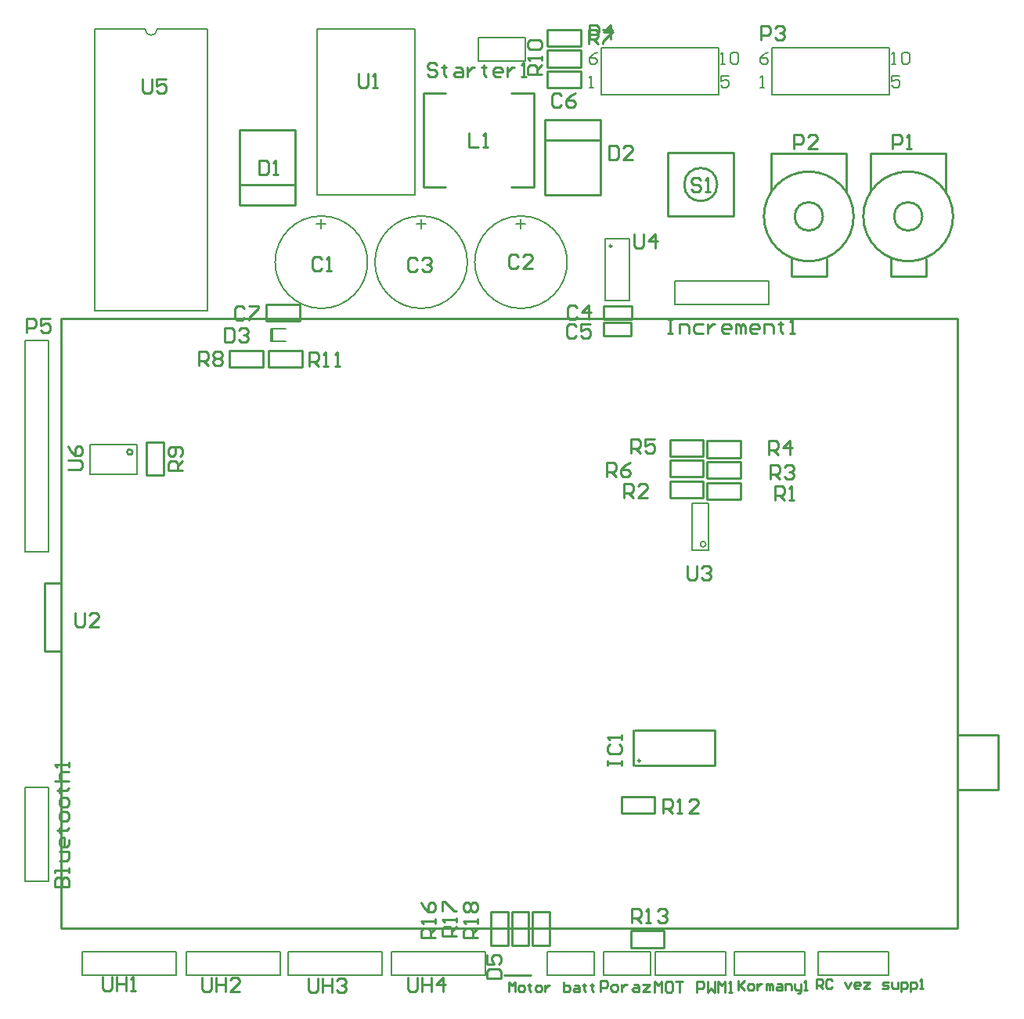
<source format=gto>
%FSLAX25Y25*%
%MOIN*%
G70*
G01*
G75*
G04 Layer_Color=65535*
%ADD10R,0.03937X0.05118*%
%ADD11R,0.21654X0.15748*%
%ADD12R,0.39370X0.39370*%
%ADD13R,0.05512X0.11811*%
%ADD14R,0.14961X0.11811*%
%ADD15R,0.04921X0.06299*%
%ADD16R,0.07000X0.10000*%
%ADD17R,0.10039X0.03740*%
%ADD18R,0.10039X0.12992*%
%ADD19R,0.03150X0.03740*%
%ADD20R,0.05118X0.03937*%
%ADD21O,0.01378X0.08268*%
%ADD22R,0.01378X0.08268*%
%ADD23R,0.09449X0.02362*%
%ADD24O,0.09449X0.02362*%
%ADD25R,0.02000X0.08000*%
%ADD26O,0.02000X0.08000*%
%ADD27R,0.02756X0.05118*%
%ADD28C,0.01000*%
%ADD29C,0.03000*%
%ADD30R,0.04724X0.04724*%
%ADD31C,0.04724*%
%ADD32C,0.05906*%
%ADD33R,0.05906X0.05906*%
%ADD34C,0.07874*%
%ADD35R,0.05906X0.05906*%
%ADD36R,0.13780X0.13780*%
%ADD37C,0.05000*%
%ADD38C,0.27559*%
%ADD39C,0.00787*%
%ADD40C,0.00984*%
%ADD41C,0.00591*%
%ADD42C,0.00800*%
D28*
X392653Y3180862D02*
G03*
X392653Y3180862I-6000J0D01*
G01*
X405748D02*
G03*
X405748Y3180862I-19094J0D01*
G01*
X350331D02*
G03*
X350331Y3180862I-6000J0D01*
G01*
X363425D02*
G03*
X363425Y3180862I-19094J0D01*
G01*
X305347Y3194442D02*
G03*
X305347Y3194442I-7018J0D01*
G01*
X56410Y3080528D02*
G03*
X56410Y3080528I-1181J0D01*
G01*
X272654Y2949020D02*
G03*
X272654Y2949020I-500J0D01*
G01*
X247244Y3244488D02*
Y3251575D01*
X233071D02*
X247244D01*
X233071Y3244488D02*
Y3251575D01*
Y3244488D02*
X247244D01*
X233071Y3235630D02*
X247244D01*
X233071D02*
Y3242717D01*
X247244D01*
Y3235630D02*
Y3242717D01*
X233071Y3253347D02*
Y3260433D01*
Y3253347D02*
X247244D01*
Y3260433D01*
X233071D02*
X247244D01*
X217795Y3193264D02*
X227295D01*
X217795Y3233264D02*
X227295D01*
X180173Y3193264D02*
Y3233264D01*
X227417Y3193264D02*
Y3233264D01*
X180295Y3193264D02*
X189795D01*
X180295Y3233264D02*
X189795D01*
X217795D02*
X223795D01*
X217795Y3193264D02*
X223795D01*
X101878Y3217805D02*
X125678D01*
X101878Y3185705D02*
Y3217805D01*
Y3185705D02*
X125678D01*
Y3217805D01*
X101978Y3194305D02*
X125578D01*
X113402Y3136221D02*
X127575D01*
X113402D02*
Y3143307D01*
X127575D01*
Y3136221D02*
Y3143307D01*
X114386Y3116535D02*
Y3123622D01*
Y3116535D02*
X128559D01*
Y3123622D01*
X114386D02*
X128559D01*
X97654Y3116535D02*
Y3123622D01*
Y3116535D02*
X111827D01*
Y3123622D01*
X97654D02*
X111827D01*
X231995Y3189979D02*
X255795D01*
Y3222079D01*
X231995D02*
X255795D01*
X231995Y3189979D02*
Y3222079D01*
X232095Y3213479D02*
X255695D01*
X394153Y3155362D02*
Y3162862D01*
X379153Y3155362D02*
X394153D01*
X379153D02*
Y3162862D01*
X370654Y3191362D02*
Y3207862D01*
X402654D01*
Y3191362D02*
Y3207862D01*
X351831Y3155362D02*
Y3162862D01*
X336831Y3155362D02*
X351831D01*
X336831D02*
Y3162862D01*
X328331Y3191362D02*
Y3207862D01*
X360331D01*
Y3191362D02*
Y3207862D01*
X284330Y3180942D02*
Y3207943D01*
Y3180942D02*
X312330D01*
Y3207943D01*
X284330D02*
X312330D01*
X284330Y3181942D02*
Y3207943D01*
X256890Y3130118D02*
Y3135630D01*
Y3130118D02*
X268701D01*
Y3135630D01*
X256890D02*
X268701D01*
X257047Y3137189D02*
Y3142701D01*
Y3137189D02*
X268858D01*
Y3142701D01*
X257047D02*
X268858D01*
X425000Y2936563D02*
Y2960063D01*
X25850Y2877642D02*
X407740D01*
X25850D02*
Y3137484D01*
X407740D01*
Y2877642D02*
Y3137484D01*
Y2936563D02*
X425000D01*
X407740Y2960063D02*
X425000D01*
X25850Y2983563D02*
Y2995563D01*
X19000D02*
X25850D01*
X19000D02*
Y3024563D01*
X25850D01*
X62402Y3070669D02*
X69488D01*
Y3084842D01*
X62402D02*
X69488D01*
X62402Y3070669D02*
Y3084842D01*
X315158Y3060433D02*
Y3067520D01*
X300984D02*
X315158D01*
X300984Y3060433D02*
Y3067520D01*
Y3060433D02*
X315158D01*
X300984Y3069291D02*
Y3076378D01*
Y3069291D02*
X315158D01*
Y3076378D01*
X300984D02*
X315158D01*
X300984Y3078150D02*
Y3085236D01*
Y3078150D02*
X315158D01*
Y3085236D01*
X300984D02*
X315158D01*
X285236Y3061008D02*
Y3068094D01*
Y3061008D02*
X299409D01*
Y3068094D01*
X285236D02*
X299409D01*
X285236Y3069866D02*
Y3076953D01*
Y3069866D02*
X299409D01*
Y3076953D01*
X285236D02*
X299409D01*
X285236Y3078724D02*
Y3085811D01*
Y3078724D02*
X299409D01*
Y3085811D01*
X285236D02*
X299409D01*
X270153Y2947020D02*
X304153D01*
X270153Y2962020D02*
X304153D01*
X269654Y2947020D02*
Y2962020D01*
X304153Y2947020D02*
Y2962020D01*
X264567Y2926575D02*
Y2933661D01*
Y2926575D02*
X278740D01*
Y2933661D01*
X264567D02*
X278740D01*
X226772Y2870457D02*
X233858D01*
Y2884630D01*
X226772D02*
X233858D01*
X226772Y2870457D02*
Y2884630D01*
X217913Y2870457D02*
X225000D01*
Y2884630D01*
X217913D02*
X225000D01*
X217913Y2870457D02*
Y2884630D01*
X214764Y2857563D02*
X225984D01*
X209055Y2870457D02*
X216142D01*
Y2884630D01*
X209055D02*
X216142D01*
X209055Y2870457D02*
Y2884630D01*
X282677Y2869488D02*
Y2876575D01*
X268504D02*
X282677D01*
X268504Y2869488D02*
Y2876575D01*
Y2869488D02*
X282677D01*
X173700Y2856798D02*
Y2851800D01*
X174700Y2850800D01*
X176699D01*
X177699Y2851800D01*
Y2856798D01*
X179698D02*
Y2850800D01*
Y2853799D01*
X183697D01*
Y2856798D01*
Y2850800D01*
X188695D02*
Y2856798D01*
X185696Y2853799D01*
X189695D01*
X131300Y2856198D02*
Y2851200D01*
X132300Y2850200D01*
X134299D01*
X135299Y2851200D01*
Y2856198D01*
X137298D02*
Y2850200D01*
Y2853199D01*
X141297D01*
Y2856198D01*
Y2850200D01*
X143296Y2855198D02*
X144296Y2856198D01*
X146295D01*
X147295Y2855198D01*
Y2854199D01*
X146295Y2853199D01*
X145296D01*
X146295D01*
X147295Y2852199D01*
Y2851200D01*
X146295Y2850200D01*
X144296D01*
X143296Y2851200D01*
X86000Y2856598D02*
Y2851600D01*
X87000Y2850600D01*
X88999D01*
X89999Y2851600D01*
Y2856598D01*
X91998D02*
Y2850600D01*
Y2853599D01*
X95997D01*
Y2856598D01*
Y2850600D01*
X101995D02*
X97996D01*
X101995Y2854599D01*
Y2855598D01*
X100995Y2856598D01*
X98996D01*
X97996Y2855598D01*
X43800Y2856898D02*
Y2851900D01*
X44800Y2850900D01*
X46799D01*
X47799Y2851900D01*
Y2856898D01*
X49798D02*
Y2850900D01*
Y2853899D01*
X53797D01*
Y2856898D01*
Y2850900D01*
X55796D02*
X57796D01*
X56796D01*
Y2856898D01*
X55796Y2855898D01*
X28902Y3073100D02*
X33900D01*
X34900Y3074100D01*
Y3076099D01*
X33900Y3077099D01*
X28902D01*
Y3083097D02*
X29902Y3081097D01*
X31901Y3079098D01*
X33900D01*
X34900Y3080098D01*
Y3082097D01*
X33900Y3083097D01*
X32901D01*
X31901Y3082097D01*
Y3079098D01*
X60500Y3239498D02*
Y3234500D01*
X61500Y3233500D01*
X63499D01*
X64499Y3234500D01*
Y3239498D01*
X70497D02*
X66498D01*
Y3236499D01*
X68497Y3237499D01*
X69497D01*
X70497Y3236499D01*
Y3234500D01*
X69497Y3233500D01*
X67498D01*
X66498Y3234500D01*
X269900Y3173298D02*
Y3168300D01*
X270900Y3167300D01*
X272899D01*
X273899Y3168300D01*
Y3173298D01*
X278897Y3167300D02*
Y3173298D01*
X275898Y3170299D01*
X279897D01*
X292500Y3032098D02*
Y3027100D01*
X293500Y3026100D01*
X295499D01*
X296499Y3027100D01*
Y3032098D01*
X298498Y3031098D02*
X299498Y3032098D01*
X301497D01*
X302497Y3031098D01*
Y3030099D01*
X301497Y3029099D01*
X300497D01*
X301497D01*
X302497Y3028099D01*
Y3027100D01*
X301497Y3026100D01*
X299498D01*
X298498Y3027100D01*
X32000Y3011998D02*
Y3007000D01*
X33000Y3006000D01*
X34999D01*
X35999Y3007000D01*
Y3011998D01*
X41997Y3006000D02*
X37998D01*
X41997Y3009999D01*
Y3010998D01*
X40997Y3011998D01*
X38998D01*
X37998Y3010998D01*
X152600Y3241698D02*
Y3236700D01*
X153600Y3235700D01*
X155599D01*
X156599Y3236700D01*
Y3241698D01*
X158598Y3235700D02*
X160597D01*
X159598D01*
Y3241698D01*
X158598Y3240698D01*
X185999Y3245198D02*
X184999Y3246198D01*
X183000D01*
X182000Y3245198D01*
Y3244199D01*
X183000Y3243199D01*
X184999D01*
X185999Y3242199D01*
Y3241200D01*
X184999Y3240200D01*
X183000D01*
X182000Y3241200D01*
X188998Y3245198D02*
Y3244199D01*
X187998D01*
X189997D01*
X188998D01*
Y3241200D01*
X189997Y3240200D01*
X193996Y3244199D02*
X195995D01*
X196995Y3243199D01*
Y3240200D01*
X193996D01*
X192996Y3241200D01*
X193996Y3242199D01*
X196995D01*
X198995Y3244199D02*
Y3240200D01*
Y3242199D01*
X199994Y3243199D01*
X200994Y3244199D01*
X201993D01*
X205992Y3245198D02*
Y3244199D01*
X204993D01*
X206992D01*
X205992D01*
Y3241200D01*
X206992Y3240200D01*
X212990D02*
X210991D01*
X209991Y3241200D01*
Y3243199D01*
X210991Y3244199D01*
X212990D01*
X213990Y3243199D01*
Y3242199D01*
X209991D01*
X215989Y3244199D02*
Y3240200D01*
Y3242199D01*
X216989Y3243199D01*
X217988Y3244199D01*
X218988D01*
X221987Y3240200D02*
X223986D01*
X222987D01*
Y3246198D01*
X221987Y3245198D01*
X298299Y3196298D02*
X297299Y3197298D01*
X295300D01*
X294300Y3196298D01*
Y3195299D01*
X295300Y3194299D01*
X297299D01*
X298299Y3193299D01*
Y3192300D01*
X297299Y3191300D01*
X295300D01*
X294300Y3192300D01*
X300298Y3191300D02*
X302297D01*
X301298D01*
Y3197298D01*
X300298Y3196298D01*
X347700Y2851900D02*
Y2855899D01*
X349699D01*
X350366Y2855232D01*
Y2853899D01*
X349699Y2853233D01*
X347700D01*
X349033D02*
X350366Y2851900D01*
X354364Y2855232D02*
X353698Y2855899D01*
X352365D01*
X351699Y2855232D01*
Y2852566D01*
X352365Y2851900D01*
X353698D01*
X354364Y2852566D01*
X359696Y2854566D02*
X361029Y2851900D01*
X362362Y2854566D01*
X365694Y2851900D02*
X364361D01*
X363695Y2852566D01*
Y2853899D01*
X364361Y2854566D01*
X365694D01*
X366361Y2853899D01*
Y2853233D01*
X363695D01*
X367694Y2854566D02*
X370359D01*
X367694Y2851900D01*
X370359D01*
X375691D02*
X377690D01*
X378357Y2852566D01*
X377690Y2853233D01*
X376357D01*
X375691Y2853899D01*
X376357Y2854566D01*
X378357D01*
X379690D02*
Y2852566D01*
X380356Y2851900D01*
X382355D01*
Y2854566D01*
X383688Y2850567D02*
Y2854566D01*
X385688D01*
X386354Y2853899D01*
Y2852566D01*
X385688Y2851900D01*
X383688D01*
X387687Y2850567D02*
Y2854566D01*
X389686D01*
X390353Y2853899D01*
Y2852566D01*
X389686Y2851900D01*
X387687D01*
X391686D02*
X393019D01*
X392352D01*
Y2855899D01*
X391686Y2855232D01*
X203200Y2873700D02*
X197202D01*
Y2876699D01*
X198202Y2877699D01*
X200201D01*
X201201Y2876699D01*
Y2873700D01*
Y2875699D02*
X203200Y2877699D01*
Y2879698D02*
Y2881697D01*
Y2880698D01*
X197202D01*
X198202Y2879698D01*
Y2884696D02*
X197202Y2885696D01*
Y2887696D01*
X198202Y2888695D01*
X199201D01*
X200201Y2887696D01*
X201201Y2888695D01*
X202200D01*
X203200Y2887696D01*
Y2885696D01*
X202200Y2884696D01*
X201201D01*
X200201Y2885696D01*
X199201Y2884696D01*
X198202D01*
X200201Y2885696D02*
Y2887696D01*
X194400Y2874200D02*
X188402D01*
Y2877199D01*
X189402Y2878199D01*
X191401D01*
X192401Y2877199D01*
Y2874200D01*
Y2876199D02*
X194400Y2878199D01*
Y2880198D02*
Y2882197D01*
Y2881198D01*
X188402D01*
X189402Y2880198D01*
X188402Y2885196D02*
Y2889195D01*
X189402D01*
X193400Y2885196D01*
X194400D01*
X185400Y2873800D02*
X179402D01*
Y2876799D01*
X180402Y2877799D01*
X182401D01*
X183401Y2876799D01*
Y2873800D01*
Y2875799D02*
X185400Y2877799D01*
Y2879798D02*
Y2881797D01*
Y2880798D01*
X179402D01*
X180402Y2879798D01*
X179402Y2888795D02*
X180402Y2886796D01*
X182401Y2884796D01*
X184400D01*
X185400Y2885796D01*
Y2887795D01*
X184400Y2888795D01*
X183401D01*
X182401Y2887795D01*
Y2884796D01*
X268969Y2880116D02*
Y2886114D01*
X271968D01*
X272968Y2885114D01*
Y2883115D01*
X271968Y2882115D01*
X268969D01*
X270969D02*
X272968Y2880116D01*
X274967D02*
X276967D01*
X275967D01*
Y2886114D01*
X274967Y2885114D01*
X279966D02*
X280965Y2886114D01*
X282965D01*
X283964Y2885114D01*
Y2884114D01*
X282965Y2883115D01*
X281965D01*
X282965D01*
X283964Y2882115D01*
Y2881115D01*
X282965Y2880116D01*
X280965D01*
X279966Y2881115D01*
X282400Y2926600D02*
Y2932598D01*
X285399D01*
X286399Y2931598D01*
Y2929599D01*
X285399Y2928599D01*
X282400D01*
X284399D02*
X286399Y2926600D01*
X288398D02*
X290397D01*
X289398D01*
Y2932598D01*
X288398Y2931598D01*
X297395Y2926600D02*
X293396D01*
X297395Y2930599D01*
Y2931598D01*
X296395Y2932598D01*
X294396D01*
X293396Y2931598D01*
X131800Y3117100D02*
Y3123098D01*
X134799D01*
X135799Y3122098D01*
Y3120099D01*
X134799Y3119099D01*
X131800D01*
X133799D02*
X135799Y3117100D01*
X137798D02*
X139797D01*
X138798D01*
Y3123098D01*
X137798Y3122098D01*
X142796Y3117100D02*
X144796D01*
X143796D01*
Y3123098D01*
X142796Y3122098D01*
X230600Y3241200D02*
X224602D01*
Y3244199D01*
X225602Y3245199D01*
X227601D01*
X228601Y3244199D01*
Y3241200D01*
Y3243200D02*
X230600Y3245199D01*
Y3247198D02*
Y3249197D01*
Y3248198D01*
X224602D01*
X225602Y3247198D01*
Y3252197D02*
X224602Y3253196D01*
Y3255196D01*
X225602Y3256195D01*
X229600D01*
X230600Y3255196D01*
Y3253196D01*
X229600Y3252197D01*
X225602D01*
X77800Y3072700D02*
X71802D01*
Y3075699D01*
X72802Y3076699D01*
X74801D01*
X75801Y3075699D01*
Y3072700D01*
Y3074699D02*
X77800Y3076699D01*
X76800Y3078698D02*
X77800Y3079698D01*
Y3081697D01*
X76800Y3082697D01*
X72802D01*
X71802Y3081697D01*
Y3079698D01*
X72802Y3078698D01*
X73801D01*
X74801Y3079698D01*
Y3082697D01*
X84500Y3117200D02*
Y3123198D01*
X87499D01*
X88499Y3122198D01*
Y3120199D01*
X87499Y3119199D01*
X84500D01*
X86499D02*
X88499Y3117200D01*
X90498Y3122198D02*
X91498Y3123198D01*
X93497D01*
X94497Y3122198D01*
Y3121199D01*
X93497Y3120199D01*
X94497Y3119199D01*
Y3118200D01*
X93497Y3117200D01*
X91498D01*
X90498Y3118200D01*
Y3119199D01*
X91498Y3120199D01*
X90498Y3121199D01*
Y3122198D01*
X91498Y3120199D02*
X93497D01*
X250500Y3254300D02*
Y3260298D01*
X253499D01*
X254499Y3259298D01*
Y3257299D01*
X253499Y3256299D01*
X250500D01*
X252499D02*
X254499Y3254300D01*
X256498Y3260298D02*
X260497D01*
Y3259298D01*
X256498Y3255300D01*
Y3254300D01*
X258400Y3070100D02*
Y3076098D01*
X261399D01*
X262399Y3075098D01*
Y3073099D01*
X261399Y3072099D01*
X258400D01*
X260399D02*
X262399Y3070100D01*
X268397Y3076098D02*
X266397Y3075098D01*
X264398Y3073099D01*
Y3071100D01*
X265398Y3070100D01*
X267397D01*
X268397Y3071100D01*
Y3072099D01*
X267397Y3073099D01*
X264398D01*
X268700Y3080000D02*
Y3085998D01*
X271699D01*
X272699Y3084998D01*
Y3082999D01*
X271699Y3081999D01*
X268700D01*
X270699D02*
X272699Y3080000D01*
X278697Y3085998D02*
X274698D01*
Y3082999D01*
X276697Y3083999D01*
X277697D01*
X278697Y3082999D01*
Y3081000D01*
X277697Y3080000D01*
X275698D01*
X274698Y3081000D01*
X327200Y3079200D02*
Y3085198D01*
X330199D01*
X331199Y3084198D01*
Y3082199D01*
X330199Y3081199D01*
X327200D01*
X329199D02*
X331199Y3079200D01*
X336197D02*
Y3085198D01*
X333198Y3082199D01*
X337197D01*
X328100Y3069000D02*
Y3074998D01*
X331099D01*
X332099Y3073998D01*
Y3071999D01*
X331099Y3070999D01*
X328100D01*
X330099D02*
X332099Y3069000D01*
X334098Y3073998D02*
X335098Y3074998D01*
X337097D01*
X338097Y3073998D01*
Y3072999D01*
X337097Y3071999D01*
X336097D01*
X337097D01*
X338097Y3070999D01*
Y3070000D01*
X337097Y3069000D01*
X335098D01*
X334098Y3070000D01*
X265500Y3061100D02*
Y3067098D01*
X268499D01*
X269499Y3066098D01*
Y3064099D01*
X268499Y3063099D01*
X265500D01*
X267499D02*
X269499Y3061100D01*
X275497D02*
X271498D01*
X275497Y3065099D01*
Y3066098D01*
X274497Y3067098D01*
X272498D01*
X271498Y3066098D01*
X329900Y3060100D02*
Y3066098D01*
X332899D01*
X333899Y3065098D01*
Y3063099D01*
X332899Y3062099D01*
X329900D01*
X331899D02*
X333899Y3060100D01*
X335898D02*
X337897D01*
X336898D01*
Y3066098D01*
X335898Y3065098D01*
X216600Y2850700D02*
Y2854699D01*
X217933Y2853366D01*
X219266Y2854699D01*
Y2850700D01*
X221265D02*
X222598D01*
X223265Y2851366D01*
Y2852699D01*
X222598Y2853366D01*
X221265D01*
X220599Y2852699D01*
Y2851366D01*
X221265Y2850700D01*
X225264Y2854032D02*
Y2853366D01*
X224597D01*
X225930D01*
X225264D01*
Y2851366D01*
X225930Y2850700D01*
X228596D02*
X229929D01*
X230595Y2851366D01*
Y2852699D01*
X229929Y2853366D01*
X228596D01*
X227930Y2852699D01*
Y2851366D01*
X228596Y2850700D01*
X231928Y2853366D02*
Y2850700D01*
Y2852033D01*
X232595Y2852699D01*
X233261Y2853366D01*
X233928D01*
X239926Y2854699D02*
Y2850700D01*
X241925D01*
X242592Y2851366D01*
Y2852033D01*
Y2852699D01*
X241925Y2853366D01*
X239926D01*
X244591D02*
X245924D01*
X246590Y2852699D01*
Y2850700D01*
X244591D01*
X243924Y2851366D01*
X244591Y2852033D01*
X246590D01*
X248590Y2854032D02*
Y2853366D01*
X247923D01*
X249256D01*
X248590D01*
Y2851366D01*
X249256Y2850700D01*
X251922Y2854032D02*
Y2853366D01*
X251255D01*
X252588D01*
X251922D01*
Y2851366D01*
X252588Y2850700D01*
X255600Y2850800D02*
Y2855298D01*
X257849D01*
X258599Y2854549D01*
Y2853049D01*
X257849Y2852299D01*
X255600D01*
X260848Y2850800D02*
X262348D01*
X263098Y2851550D01*
Y2853049D01*
X262348Y2853799D01*
X260848D01*
X260099Y2853049D01*
Y2851550D01*
X260848Y2850800D01*
X264597Y2853799D02*
Y2850800D01*
Y2852299D01*
X265347Y2853049D01*
X266097Y2853799D01*
X266846D01*
X269845D02*
X271345D01*
X272095Y2853049D01*
Y2850800D01*
X269845D01*
X269096Y2851550D01*
X269845Y2852299D01*
X272095D01*
X273594Y2853799D02*
X276593D01*
X273594Y2850800D01*
X276593D01*
X11332Y3131328D02*
Y3137326D01*
X14331D01*
X15331Y3136327D01*
Y3134327D01*
X14331Y3133328D01*
X11332D01*
X21329Y3137326D02*
X17330D01*
Y3134327D01*
X19330Y3135327D01*
X20329D01*
X21329Y3134327D01*
Y3132328D01*
X20329Y3131328D01*
X18330D01*
X17330Y3132328D01*
X251036Y3256205D02*
Y3262204D01*
X254035D01*
X255035Y3261204D01*
Y3259204D01*
X254035Y3258205D01*
X251036D01*
X260033Y3256205D02*
Y3262204D01*
X257034Y3259204D01*
X261033D01*
X323867Y3256126D02*
Y3262124D01*
X326866D01*
X327866Y3261124D01*
Y3259125D01*
X326866Y3258125D01*
X323867D01*
X329865Y3261124D02*
X330865Y3262124D01*
X332864D01*
X333864Y3261124D01*
Y3260125D01*
X332864Y3259125D01*
X331864D01*
X332864D01*
X333864Y3258125D01*
Y3257126D01*
X332864Y3256126D01*
X330865D01*
X329865Y3257126D01*
X338000Y3209600D02*
Y3215598D01*
X340999D01*
X341999Y3214598D01*
Y3212599D01*
X340999Y3211599D01*
X338000D01*
X347997Y3209600D02*
X343998D01*
X347997Y3213599D01*
Y3214598D01*
X346997Y3215598D01*
X344998D01*
X343998Y3214598D01*
X380000Y3209600D02*
Y3215598D01*
X382999D01*
X383999Y3214598D01*
Y3212599D01*
X382999Y3211599D01*
X380000D01*
X385998Y3209600D02*
X387997D01*
X386998D01*
Y3215598D01*
X385998Y3214598D01*
X278800Y2850500D02*
Y2854999D01*
X280299Y2853499D01*
X281799Y2854999D01*
Y2850500D01*
X285548Y2854999D02*
X284048D01*
X283298Y2854249D01*
Y2851250D01*
X284048Y2850500D01*
X285548D01*
X286298Y2851250D01*
Y2854249D01*
X285548Y2854999D01*
X287797D02*
X290796D01*
X289297D01*
Y2850500D01*
X296794D02*
Y2854999D01*
X299043D01*
X299793Y2854249D01*
Y2852749D01*
X299043Y2851999D01*
X296794D01*
X301293Y2854999D02*
Y2850500D01*
X302792Y2851999D01*
X304292Y2850500D01*
Y2854999D01*
X305791Y2850500D02*
Y2854999D01*
X307291Y2853499D01*
X308790Y2854999D01*
Y2850500D01*
X310290D02*
X311789D01*
X311040D01*
Y2854999D01*
X310290Y2854249D01*
X199600Y3216298D02*
Y3210300D01*
X203599D01*
X205598D02*
X207597D01*
X206598D01*
Y3216298D01*
X205598Y3215298D01*
X314300Y2855199D02*
Y2851200D01*
Y2852533D01*
X316966Y2855199D01*
X314966Y2853199D01*
X316966Y2851200D01*
X318965D02*
X320298D01*
X320965Y2851866D01*
Y2853199D01*
X320298Y2853866D01*
X318965D01*
X318299Y2853199D01*
Y2851866D01*
X318965Y2851200D01*
X322297Y2853866D02*
Y2851200D01*
Y2852533D01*
X322964Y2853199D01*
X323630Y2853866D01*
X324297D01*
X326296Y2851200D02*
Y2853866D01*
X326963D01*
X327629Y2853199D01*
Y2851200D01*
Y2853199D01*
X328295Y2853866D01*
X328962Y2853199D01*
Y2851200D01*
X330961Y2853866D02*
X332294D01*
X332961Y2853199D01*
Y2851200D01*
X330961D01*
X330295Y2851866D01*
X330961Y2852533D01*
X332961D01*
X334294Y2851200D02*
Y2853866D01*
X336293D01*
X336959Y2853199D01*
Y2851200D01*
X338292Y2853866D02*
Y2851866D01*
X338959Y2851200D01*
X340958D01*
Y2850534D01*
X340292Y2849867D01*
X339625D01*
X340958Y2851200D02*
Y2853866D01*
X342291Y2851200D02*
X343624D01*
X342957D01*
Y2855199D01*
X342291Y2854532D01*
X284300Y3137098D02*
X286299D01*
X285300D01*
Y3131100D01*
X284300D01*
X286299D01*
X289298D02*
Y3135099D01*
X292297D01*
X293297Y3134099D01*
Y3131100D01*
X299295Y3135099D02*
X296296D01*
X295296Y3134099D01*
Y3132100D01*
X296296Y3131100D01*
X299295D01*
X301294Y3135099D02*
Y3131100D01*
Y3133099D01*
X302294Y3134099D01*
X303294Y3135099D01*
X304293D01*
X310292Y3131100D02*
X308292D01*
X307293Y3132100D01*
Y3134099D01*
X308292Y3135099D01*
X310292D01*
X311291Y3134099D01*
Y3133099D01*
X307293D01*
X313291Y3131100D02*
Y3135099D01*
X314290D01*
X315290Y3134099D01*
Y3131100D01*
Y3134099D01*
X316290Y3135099D01*
X317289Y3134099D01*
Y3131100D01*
X322288D02*
X320288D01*
X319289Y3132100D01*
Y3134099D01*
X320288Y3135099D01*
X322288D01*
X323287Y3134099D01*
Y3133099D01*
X319289D01*
X325287Y3131100D02*
Y3135099D01*
X328286D01*
X329285Y3134099D01*
Y3131100D01*
X332284Y3136098D02*
Y3135099D01*
X331285D01*
X333284D01*
X332284D01*
Y3132100D01*
X333284Y3131100D01*
X336283D02*
X338282D01*
X337283D01*
Y3137098D01*
X336283Y3136098D01*
X258602Y2947000D02*
Y2948999D01*
Y2948000D01*
X264600D01*
Y2947000D01*
Y2948999D01*
X259602Y2955997D02*
X258602Y2954997D01*
Y2952998D01*
X259602Y2951998D01*
X263600D01*
X264600Y2952998D01*
Y2954997D01*
X263600Y2955997D01*
X264600Y2957996D02*
Y2959996D01*
Y2958996D01*
X258602D01*
X259602Y2957996D01*
X207402Y2856400D02*
X213400D01*
Y2859399D01*
X212400Y2860399D01*
X208402D01*
X207402Y2859399D01*
Y2856400D01*
Y2866397D02*
Y2862398D01*
X210401D01*
X209401Y2864397D01*
Y2865397D01*
X210401Y2866397D01*
X212400D01*
X213400Y2865397D01*
Y2863398D01*
X212400Y2862398D01*
X95500Y3133498D02*
Y3127500D01*
X98499D01*
X99499Y3128500D01*
Y3132498D01*
X98499Y3133498D01*
X95500D01*
X101498Y3132498D02*
X102498Y3133498D01*
X104497D01*
X105497Y3132498D01*
Y3131499D01*
X104497Y3130499D01*
X103497D01*
X104497D01*
X105497Y3129499D01*
Y3128500D01*
X104497Y3127500D01*
X102498D01*
X101498Y3128500D01*
X259400Y3210898D02*
Y3204900D01*
X262399D01*
X263399Y3205900D01*
Y3209898D01*
X262399Y3210898D01*
X259400D01*
X269397Y3204900D02*
X265398D01*
X269397Y3208899D01*
Y3209898D01*
X268397Y3210898D01*
X266398D01*
X265398Y3209898D01*
X110400Y3204798D02*
Y3198800D01*
X113399D01*
X114399Y3199800D01*
Y3203798D01*
X113399Y3204798D01*
X110400D01*
X116398Y3198800D02*
X118397D01*
X117398D01*
Y3204798D01*
X116398Y3203798D01*
X104099Y3141798D02*
X103099Y3142798D01*
X101100D01*
X100100Y3141798D01*
Y3137800D01*
X101100Y3136800D01*
X103099D01*
X104099Y3137800D01*
X106098Y3142798D02*
X110097D01*
Y3141798D01*
X106098Y3137800D01*
Y3136800D01*
X239099Y3232198D02*
X238099Y3233198D01*
X236100D01*
X235100Y3232198D01*
Y3228200D01*
X236100Y3227200D01*
X238099D01*
X239099Y3228200D01*
X245097Y3233198D02*
X243097Y3232198D01*
X241098Y3230199D01*
Y3228200D01*
X242098Y3227200D01*
X244097D01*
X245097Y3228200D01*
Y3229199D01*
X244097Y3230199D01*
X241098D01*
X245299Y3133998D02*
X244299Y3134998D01*
X242300D01*
X241300Y3133998D01*
Y3130000D01*
X242300Y3129000D01*
X244299D01*
X245299Y3130000D01*
X251297Y3134998D02*
X247298D01*
Y3131999D01*
X249297Y3132999D01*
X250297D01*
X251297Y3131999D01*
Y3130000D01*
X250297Y3129000D01*
X248298D01*
X247298Y3130000D01*
X245799Y3142098D02*
X244799Y3143098D01*
X242800D01*
X241800Y3142098D01*
Y3138100D01*
X242800Y3137100D01*
X244799D01*
X245799Y3138100D01*
X250797Y3137100D02*
Y3143098D01*
X247798Y3140099D01*
X251797D01*
X177799Y3162498D02*
X176799Y3163498D01*
X174800D01*
X173800Y3162498D01*
Y3158500D01*
X174800Y3157500D01*
X176799D01*
X177799Y3158500D01*
X179798Y3162498D02*
X180798Y3163498D01*
X182797D01*
X183797Y3162498D01*
Y3161499D01*
X182797Y3160499D01*
X181797D01*
X182797D01*
X183797Y3159499D01*
Y3158500D01*
X182797Y3157500D01*
X180798D01*
X179798Y3158500D01*
X220699Y3163598D02*
X219699Y3164598D01*
X217700D01*
X216700Y3163598D01*
Y3159600D01*
X217700Y3158600D01*
X219699D01*
X220699Y3159600D01*
X226697Y3158600D02*
X222698D01*
X226697Y3162599D01*
Y3163598D01*
X225697Y3164598D01*
X223698D01*
X222698Y3163598D01*
X137099Y3162698D02*
X136099Y3163698D01*
X134100D01*
X133100Y3162698D01*
Y3158700D01*
X134100Y3157700D01*
X136099D01*
X137099Y3158700D01*
X139098Y3157700D02*
X141097D01*
X140098D01*
Y3163698D01*
X139098Y3162698D01*
X23402Y2895300D02*
X29400D01*
Y2898299D01*
X28400Y2899299D01*
X27401D01*
X26401Y2898299D01*
Y2895300D01*
Y2898299D01*
X25401Y2899299D01*
X24402D01*
X23402Y2898299D01*
Y2895300D01*
X29400Y2901298D02*
Y2903297D01*
Y2902298D01*
X23402D01*
Y2901298D01*
X25401Y2906296D02*
X28400D01*
X29400Y2907296D01*
Y2910295D01*
X25401D01*
X29400Y2915294D02*
Y2913294D01*
X28400Y2912295D01*
X26401D01*
X25401Y2913294D01*
Y2915294D01*
X26401Y2916293D01*
X27401D01*
Y2912295D01*
X24402Y2919292D02*
X25401D01*
Y2918293D01*
Y2920292D01*
Y2919292D01*
X28400D01*
X29400Y2920292D01*
Y2924291D02*
Y2926290D01*
X28400Y2927290D01*
X26401D01*
X25401Y2926290D01*
Y2924291D01*
X26401Y2923291D01*
X28400D01*
X29400Y2924291D01*
Y2930289D02*
Y2932288D01*
X28400Y2933288D01*
X26401D01*
X25401Y2932288D01*
Y2930289D01*
X26401Y2929289D01*
X28400D01*
X29400Y2930289D01*
X24402Y2936287D02*
X25401D01*
Y2935287D01*
Y2937286D01*
Y2936287D01*
X28400D01*
X29400Y2937286D01*
X23402Y2940285D02*
X29400D01*
X26401D01*
X25401Y2941285D01*
Y2943284D01*
X26401Y2944284D01*
X29400D01*
Y2946284D02*
Y2948283D01*
Y2947283D01*
X23402D01*
X24402Y2946284D01*
D39*
X61843Y3260579D02*
G03*
X66843Y3260579I2500J0D01*
G01*
X156480Y3161379D02*
G03*
X156480Y3161379I-19685J0D01*
G01*
X198980D02*
G03*
X198980Y3161379I-19685J0D01*
G01*
X241480D02*
G03*
X241480Y3161379I-19685J0D01*
G01*
X300496Y3041220D02*
G03*
X300496Y3041220I-1181J0D01*
G01*
X40445Y3260579D02*
X61843D01*
X66843D02*
X88240D01*
Y3140579D02*
Y3260579D01*
X40445Y3140579D02*
X88240D01*
X40445D02*
Y3260579D01*
X134929Y3260705D02*
X176661D01*
X134929Y3190035D02*
X176661D01*
X134929D02*
Y3260705D01*
X176661Y3190035D02*
Y3260705D01*
X116102Y3127602D02*
Y3133114D01*
X115354Y3127602D02*
Y3133114D01*
X121653D01*
X115354Y3127602D02*
X121653D01*
X257677Y3144866D02*
Y3171244D01*
X267913Y3144866D02*
Y3171244D01*
X257677D02*
X267913D01*
X257677Y3144866D02*
X267913D01*
X327323Y3143213D02*
Y3153213D01*
X287323Y3143213D02*
X327323D01*
X287323Y3153213D02*
X327323D01*
X287323Y3143213D02*
Y3153213D01*
X38189Y3071047D02*
Y3083646D01*
X58268Y3071047D02*
Y3083646D01*
X38189Y3071047D02*
X58268D01*
X38189Y3083646D02*
X58268D01*
X301677Y3038858D02*
Y3058543D01*
X294591Y3038858D02*
Y3058543D01*
Y3038858D02*
X301677D01*
X294591Y3058543D02*
X301677D01*
X233032Y2857532D02*
X253031D01*
Y2867532D01*
X233032D02*
X253031D01*
X233032Y2857532D02*
Y2867532D01*
X256811D02*
X276811D01*
X256811Y2857532D02*
Y2867532D01*
Y2857532D02*
X276811D01*
Y2867532D01*
X378410Y2857532D02*
Y2867532D01*
X348410Y2857532D02*
X378410D01*
X348410D02*
Y2867532D01*
X378410D01*
X342598Y2857532D02*
Y2867532D01*
X312598Y2857532D02*
X342598D01*
X312598D02*
Y2867532D01*
X342598D01*
X309134Y2857532D02*
Y2867532D01*
X279134Y2857532D02*
X309134D01*
X279134D02*
Y2867532D01*
X309134D01*
X166772Y2857532D02*
Y2867532D01*
X206772D01*
X166772Y2857532D02*
X206772D01*
Y2867532D01*
X122480Y2857532D02*
Y2867532D01*
X162480D01*
X122480Y2857532D02*
X162480D01*
Y2867532D01*
X79173Y2857532D02*
Y2867532D01*
X119173D01*
X79173Y2857532D02*
X119173D01*
Y2867532D01*
X34882Y2857532D02*
Y2867532D01*
X74882D01*
X34882Y2857532D02*
X74882D01*
Y2867532D01*
X10748Y2897661D02*
X20748D01*
X10748D02*
Y2937661D01*
X20748Y2897661D02*
Y2937661D01*
X10748D02*
X20748D01*
X10748Y3037898D02*
Y3127898D01*
Y3037898D02*
X20748D01*
Y3127898D01*
X10748D02*
X20748D01*
X255827Y3252779D02*
X305827D01*
Y3232779D02*
Y3252779D01*
X255827Y3232779D02*
X305827D01*
X255827D02*
Y3252779D01*
X328661D02*
X378661D01*
Y3232779D02*
Y3252779D01*
X328661Y3232779D02*
X378661D01*
X328661D02*
Y3252779D01*
X203504Y3246968D02*
X223504D01*
Y3256969D01*
X203504D02*
X223504D01*
X203504Y3246968D02*
Y3256969D01*
D40*
X260433Y3168291D02*
G03*
X260433Y3168291I-492J0D01*
G01*
D41*
X136747Y3179579D02*
Y3175643D01*
X138715Y3177611D02*
X134779D01*
X179247Y3179579D02*
Y3175643D01*
X181215Y3177611D02*
X177279D01*
X221747Y3179579D02*
Y3175643D01*
X223715Y3177611D02*
X219779D01*
D42*
X250827Y3235780D02*
X252493D01*
X251660D01*
Y3240778D01*
X250827Y3239945D01*
X310159Y3240778D02*
X306827D01*
Y3238279D01*
X308493Y3239112D01*
X309326D01*
X310159Y3238279D01*
Y3236613D01*
X309326Y3235780D01*
X307660D01*
X306827Y3236613D01*
Y3245779D02*
X308493D01*
X307660D01*
Y3250778D01*
X306827Y3249945D01*
X310992D02*
X311825Y3250778D01*
X313491D01*
X314324Y3249945D01*
Y3246613D01*
X313491Y3245779D01*
X311825D01*
X310992Y3246613D01*
Y3249945D01*
X254159Y3250778D02*
X252493Y3249945D01*
X250827Y3248279D01*
Y3246613D01*
X251660Y3245779D01*
X253326D01*
X254159Y3246613D01*
Y3247446D01*
X253326Y3248279D01*
X250827D01*
X323661Y3235780D02*
X325328D01*
X324495D01*
Y3240778D01*
X323661Y3239945D01*
X382994Y3240778D02*
X379661D01*
Y3238279D01*
X381328Y3239112D01*
X382161D01*
X382994Y3238279D01*
Y3236613D01*
X382161Y3235780D01*
X380494D01*
X379661Y3236613D01*
Y3245779D02*
X381328D01*
X380494D01*
Y3250778D01*
X379661Y3249945D01*
X383827D02*
X384660Y3250778D01*
X386326D01*
X387159Y3249945D01*
Y3246613D01*
X386326Y3245779D01*
X384660D01*
X383827Y3246613D01*
Y3249945D01*
X326994Y3250778D02*
X325328Y3249945D01*
X323661Y3248279D01*
Y3246613D01*
X324495Y3245779D01*
X326161D01*
X326994Y3246613D01*
Y3247446D01*
X326161Y3248279D01*
X323661D01*
M02*

</source>
